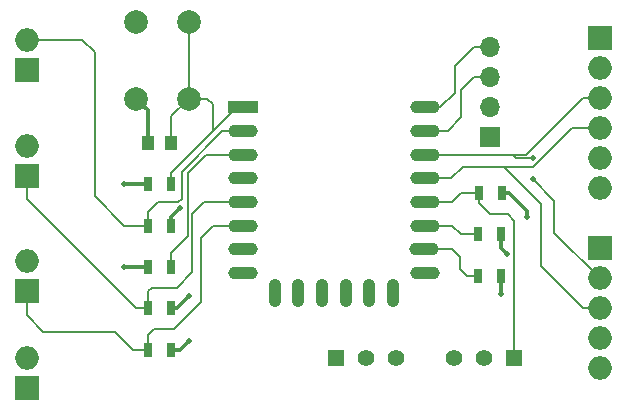
<source format=gbr>
G04 #@! TF.FileFunction,Copper,L1,Top,Signal*
%FSLAX46Y46*%
G04 Gerber Fmt 4.6, Leading zero omitted, Abs format (unit mm)*
G04 Created by KiCad (PCBNEW 4.0.7-e2-6376~58~ubuntu16.04.1) date Thu Jan 18 15:28:59 2018*
%MOMM*%
%LPD*%
G01*
G04 APERTURE LIST*
%ADD10C,0.100000*%
%ADD11R,1.000000X1.250000*%
%ADD12O,1.998980X1.998980*%
%ADD13R,1.998980X1.998980*%
%ADD14R,1.700000X1.700000*%
%ADD15O,1.700000X1.700000*%
%ADD16R,0.700000X1.300000*%
%ADD17R,1.397000X1.397000*%
%ADD18C,1.397000*%
%ADD19R,2.500000X1.100000*%
%ADD20O,2.500000X1.100000*%
%ADD21O,1.100000X2.400000*%
%ADD22C,2.000000*%
%ADD23C,0.508000*%
%ADD24C,0.152400*%
%ADD25C,0.300000*%
G04 APERTURE END LIST*
D10*
D11*
X191500000Y-93000000D03*
X193500000Y-93000000D03*
D12*
X181250000Y-84250000D03*
D13*
X181250000Y-86790000D03*
D12*
X181250000Y-111250000D03*
D13*
X181250000Y-113790000D03*
D12*
X229750000Y-109540000D03*
D13*
X229750000Y-101920000D03*
D12*
X229750000Y-104460000D03*
X229750000Y-107000000D03*
X229750000Y-112080000D03*
X229750000Y-91750000D03*
D13*
X229750000Y-84130000D03*
D12*
X229750000Y-86670000D03*
X229750000Y-89210000D03*
X229750000Y-94290000D03*
X229750000Y-96830000D03*
X181250000Y-93250000D03*
D13*
X181250000Y-95790000D03*
D12*
X181250000Y-103000000D03*
D13*
X181250000Y-105540000D03*
D14*
X220500000Y-92540000D03*
D15*
X220500000Y-90000000D03*
X220500000Y-87460000D03*
X220500000Y-84920000D03*
D16*
X191550000Y-100000000D03*
X193450000Y-100000000D03*
X193450000Y-107000000D03*
X191550000Y-107000000D03*
X191550000Y-110500000D03*
X193450000Y-110500000D03*
X193450000Y-103500000D03*
X191550000Y-103500000D03*
X193450000Y-96500000D03*
X191550000Y-96500000D03*
X219500000Y-104250000D03*
X221400000Y-104250000D03*
X219500000Y-100750000D03*
X221400000Y-100750000D03*
X219550000Y-97250000D03*
X221450000Y-97250000D03*
D17*
X222540000Y-111250000D03*
D18*
X220000000Y-111250000D03*
X217460000Y-111250000D03*
D19*
X199550000Y-90000000D03*
D20*
X199550000Y-92000000D03*
X199550000Y-94000000D03*
X199550000Y-96000000D03*
X199550000Y-98000000D03*
X199550000Y-100000000D03*
X199550000Y-102000000D03*
X199550000Y-104000000D03*
X214950000Y-104000000D03*
X214850000Y-102000000D03*
X214950000Y-100000000D03*
X214950000Y-98000000D03*
X214950000Y-96000000D03*
X214950000Y-94000000D03*
X214950000Y-92000000D03*
X214950000Y-90000000D03*
D21*
X202240000Y-105750000D03*
X204240000Y-105750000D03*
X206240000Y-105750000D03*
X208240000Y-105750000D03*
X210240000Y-105750000D03*
X212240000Y-105750000D03*
D17*
X207460000Y-111250000D03*
D18*
X210000000Y-111250000D03*
X212540000Y-111250000D03*
D22*
X190500000Y-82750000D03*
X195000000Y-82750000D03*
X190500000Y-89250000D03*
X195000000Y-89250000D03*
D23*
X224100000Y-94300000D03*
X224100000Y-96100000D03*
X221900000Y-102400000D03*
X223600000Y-99300000D03*
X189500000Y-103500000D03*
X189500000Y-96500000D03*
X221400000Y-105800000D03*
X194250000Y-98500000D03*
X195000000Y-109750000D03*
X195000000Y-106000000D03*
D24*
X224100000Y-94300000D02*
X222715514Y-94300000D01*
X222715514Y-94300000D02*
X222415514Y-94000000D01*
X222415514Y-94000000D02*
X222300000Y-94000000D01*
X223546508Y-94000000D02*
X222300000Y-94000000D01*
X222300000Y-94000000D02*
X217767376Y-94000000D01*
X225900000Y-100610000D02*
X225900000Y-97900000D01*
X225900000Y-97900000D02*
X224100000Y-96100000D01*
X229750000Y-104460000D02*
X225900000Y-100610000D01*
X229750000Y-89210000D02*
X228336508Y-89210000D01*
X228336508Y-89210000D02*
X223546508Y-94000000D01*
X217767376Y-94000000D02*
X214250000Y-94000000D01*
X224145791Y-95050241D02*
X221700000Y-95050241D01*
X221700000Y-95050241D02*
X218149759Y-95050241D01*
X224800000Y-98150241D02*
X221700000Y-95050241D01*
X224800000Y-103463492D02*
X224800000Y-98150241D01*
X229750000Y-107000000D02*
X228336508Y-107000000D01*
X228336508Y-107000000D02*
X224800000Y-103463492D01*
X229750000Y-91750000D02*
X227446032Y-91750000D01*
X227446032Y-91750000D02*
X224145791Y-95050241D01*
X218149759Y-95050241D02*
X217200000Y-96000000D01*
X217200000Y-96000000D02*
X214250000Y-96000000D01*
X191550000Y-100000000D02*
X191550000Y-98887365D01*
X191550000Y-98887365D02*
X192404003Y-98033362D01*
X194361466Y-97736777D02*
X194361466Y-95423411D01*
X192404003Y-98033362D02*
X194064881Y-98033362D01*
X194064881Y-98033362D02*
X194361466Y-97736777D01*
X194361466Y-95423411D02*
X197784877Y-92000000D01*
X197784877Y-92000000D02*
X200250000Y-92000000D01*
X181250000Y-84250000D02*
X185933402Y-84250000D01*
X185933402Y-84250000D02*
X187000000Y-85316598D01*
X187000000Y-97500000D02*
X189500000Y-100000000D01*
X187000000Y-85316598D02*
X187000000Y-97500000D01*
X189500000Y-100000000D02*
X191550000Y-100000000D01*
D25*
X221400000Y-100750000D02*
X221400000Y-101900000D01*
X221400000Y-101900000D02*
X221900000Y-102400000D01*
X223600000Y-98750000D02*
X223600000Y-99300000D01*
X221450000Y-97250000D02*
X222100000Y-97250000D01*
X222100000Y-97250000D02*
X223600000Y-98750000D01*
X191550000Y-103500000D02*
X189500000Y-103500000D01*
X191550000Y-96500000D02*
X189500000Y-96500000D01*
X221400000Y-104250000D02*
X221400000Y-105800000D01*
X193450000Y-100000000D02*
X193450000Y-99300000D01*
X193450000Y-99300000D02*
X194250000Y-98500000D01*
X194100000Y-110500000D02*
X194250000Y-110500000D01*
X194250000Y-110500000D02*
X195000000Y-109750000D01*
X193450000Y-110500000D02*
X194100000Y-110500000D01*
X193450000Y-107000000D02*
X194000000Y-107000000D01*
X194000000Y-107000000D02*
X195000000Y-106000000D01*
X191500000Y-93000000D02*
X191499999Y-90249999D01*
X191499999Y-90249999D02*
X190500000Y-89250000D01*
D24*
X195000000Y-82750000D02*
X195000000Y-89250000D01*
X195000000Y-89250000D02*
X196546885Y-89250000D01*
X196546885Y-89250000D02*
X197000000Y-89703115D01*
X197000000Y-89703115D02*
X197000000Y-92025890D01*
X197000000Y-92025890D02*
X196525890Y-92500000D01*
X193450000Y-95575890D02*
X196525890Y-92500000D01*
X196525890Y-92500000D02*
X199025890Y-90000000D01*
X193450000Y-96500000D02*
X193450000Y-95575890D01*
X199025890Y-90000000D02*
X200250000Y-90000000D01*
X193500000Y-93000000D02*
X193500000Y-90750000D01*
X193500000Y-90750000D02*
X195000000Y-89250000D01*
X191550000Y-107000000D02*
X191550000Y-105556188D01*
X191550000Y-105556188D02*
X191854650Y-105251538D01*
X195250000Y-103953570D02*
X195250000Y-99000176D01*
X191854650Y-105251538D02*
X193952032Y-105251538D01*
X195250000Y-99000176D02*
X196250176Y-98000000D01*
X196250176Y-98000000D02*
X200250000Y-98000000D01*
X193952032Y-105251538D02*
X195250000Y-103953570D01*
X181250000Y-95790000D02*
X181250000Y-97713966D01*
X181250000Y-97713966D02*
X190536034Y-107000000D01*
X190536034Y-107000000D02*
X191550000Y-107000000D01*
X191550000Y-110500000D02*
X191550000Y-109234976D01*
X191550000Y-109234976D02*
X192010838Y-108774138D01*
X197053989Y-100000000D02*
X200250000Y-100000000D01*
X192010838Y-108774138D02*
X193725862Y-108774138D01*
X193725862Y-108774138D02*
X196000000Y-106500000D01*
X196000000Y-106500000D02*
X196000000Y-101053989D01*
X196000000Y-101053989D02*
X197053989Y-100000000D01*
X181250000Y-105540000D02*
X181250000Y-107584394D01*
X181250000Y-107584394D02*
X182665606Y-109000000D01*
X182665606Y-109000000D02*
X188750000Y-109000000D01*
X188750000Y-109000000D02*
X190250000Y-110500000D01*
X190250000Y-110500000D02*
X191550000Y-110500000D01*
X214250000Y-92000000D02*
X216884330Y-92000000D01*
X216884330Y-92000000D02*
X218039643Y-90844687D01*
X218039643Y-90844687D02*
X218039643Y-88529417D01*
X218039643Y-88529417D02*
X219109060Y-87460000D01*
X219109060Y-87460000D02*
X220500000Y-87460000D01*
X217500000Y-86500000D02*
X219080000Y-84920000D01*
X219080000Y-84920000D02*
X220500000Y-84920000D01*
X217500000Y-88750000D02*
X217500000Y-86500000D01*
X216250000Y-90000000D02*
X217500000Y-88750000D01*
X214250000Y-90000000D02*
X216250000Y-90000000D01*
X193450000Y-103500000D02*
X193450000Y-102300000D01*
X193450000Y-102300000D02*
X194882608Y-100867392D01*
X194882608Y-100867392D02*
X194882608Y-95581591D01*
X194882608Y-95581591D02*
X196464199Y-94000000D01*
X196464199Y-94000000D02*
X200250000Y-94000000D01*
X214250000Y-102000000D02*
X217250000Y-102000000D01*
X217250000Y-102000000D02*
X217909163Y-102659163D01*
X217909163Y-102659163D02*
X217909163Y-103659163D01*
X217909163Y-103659163D02*
X218500000Y-104250000D01*
X218500000Y-104250000D02*
X219500000Y-104250000D01*
X217250000Y-100000000D02*
X218000000Y-100750000D01*
X218000000Y-100750000D02*
X219500000Y-100750000D01*
X214250000Y-100000000D02*
X217250000Y-100000000D01*
X219550000Y-97250000D02*
X219550000Y-98052400D01*
X219550000Y-98052400D02*
X220497600Y-99000000D01*
X220497600Y-99000000D02*
X221957282Y-99000000D01*
X221957282Y-99000000D02*
X222540000Y-99582718D01*
X222540000Y-99582718D02*
X222540000Y-111250000D01*
X217250000Y-98000000D02*
X218000000Y-97250000D01*
X218000000Y-97250000D02*
X219550000Y-97250000D01*
X214250000Y-98000000D02*
X217250000Y-98000000D01*
M02*

</source>
